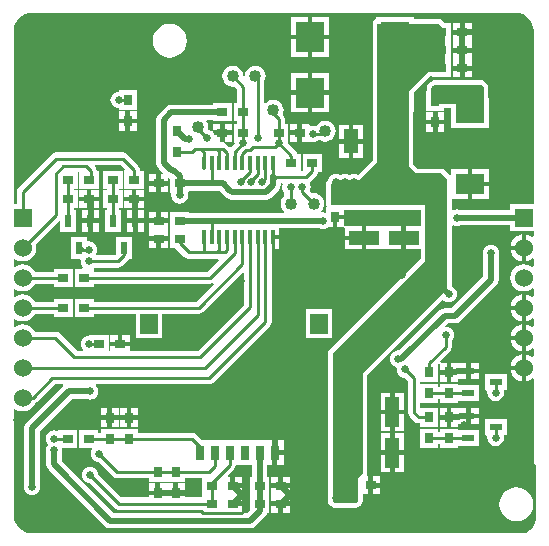
<source format=gbl>
%FSLAX25Y25*%
%MOIN*%
G70*
G01*
G75*
G04 Layer_Physical_Order=2*
G04 Layer_Color=16711680*
%ADD10R,0.07874X0.07874*%
%ADD11R,0.02362X0.07874*%
%ADD12R,0.07874X0.02362*%
%ADD13R,0.11811X0.04213*%
%ADD14R,0.37008X0.27559*%
%ADD15R,0.03500X0.03000*%
%ADD16R,0.12992X0.07087*%
%ADD17R,0.04134X0.08661*%
%ADD18R,0.03937X0.04331*%
%ADD19R,0.03000X0.03500*%
%ADD20R,0.04331X0.03937*%
%ADD21R,0.08661X0.04134*%
%ADD22R,0.02362X0.04299*%
%ADD23R,0.01575X0.03937*%
%ADD24R,0.07874X0.03937*%
%ADD25C,0.01500*%
%ADD26C,0.01000*%
%ADD27C,0.02000*%
%ADD28C,0.07000*%
%ADD29C,0.03150*%
%ADD30C,0.04000*%
%ADD31C,0.06000*%
%ADD32R,0.06000X0.06000*%
%ADD33C,0.02500*%
%ADD34R,0.01181X0.04724*%
%ADD35C,0.04000*%
%ADD36R,0.04921X0.07874*%
%ADD37R,0.03150X0.05118*%
%ADD38R,0.05906X0.06693*%
%ADD39R,0.04724X0.09843*%
%ADD40R,0.09449X0.10236*%
%ADD41R,0.09449X0.07087*%
%ADD42R,0.09843X0.04724*%
%ADD43R,0.04299X0.02362*%
%ADD44O,0.01181X0.04724*%
G36*
X145587Y169740D02*
Y155740D01*
X140087D01*
X137087Y152740D01*
X133587Y149240D01*
Y124240D01*
X135961Y121866D01*
X144508D01*
X146508Y119866D01*
X146490Y119848D01*
Y83340D01*
X118276Y55127D01*
Y44868D01*
Y22672D01*
Y21897D01*
X116776Y20397D01*
Y12437D01*
X116180Y11840D01*
X108873D01*
X108276Y12437D01*
Y46868D01*
Y47327D01*
Y61927D01*
X113090Y66740D01*
X139087Y92737D01*
Y111240D01*
X108087D01*
X107587Y111740D01*
Y118240D01*
X109087Y119740D01*
X117087D01*
X123087Y125740D01*
Y171740D01*
X143587D01*
X145587Y169740D01*
D02*
G37*
G36*
X7874Y175228D02*
X169291D01*
X169345Y175239D01*
X170453Y175130D01*
X171569Y174791D01*
X172599Y174241D01*
X173501Y173501D01*
X174241Y172599D01*
X174791Y171569D01*
X175130Y170453D01*
X175239Y169345D01*
X175228Y169291D01*
Y111500D01*
X167500D01*
Y109549D01*
X150759D01*
X150445Y109679D01*
X149727Y109774D01*
X149009Y109679D01*
X148435Y109441D01*
X148019Y109719D01*
Y113146D01*
X153250D01*
Y118188D01*
Y123232D01*
X147776D01*
Y121415D01*
X147314Y121223D01*
X145589Y122948D01*
X145093Y123279D01*
X144508Y123396D01*
X136594D01*
X135116Y124874D01*
Y142122D01*
X135287D01*
Y148778D01*
X138168Y151659D01*
X140720Y154211D01*
X141250D01*
Y153819D01*
X147750D01*
Y159819D01*
Y165819D01*
Y171819D01*
X145671D01*
X144668Y172822D01*
X144172Y173153D01*
X143587Y173270D01*
X135287D01*
Y173858D01*
X122839D01*
Y173220D01*
X122501Y173153D01*
X122005Y172822D01*
X121674Y172325D01*
X121557Y171740D01*
Y126374D01*
X116567Y121383D01*
X116108Y121573D01*
X115390Y121667D01*
X114672Y121573D01*
X114003Y121296D01*
X113969Y121270D01*
X113811D01*
X113777Y121296D01*
X113108Y121573D01*
X112390Y121667D01*
X111672Y121573D01*
X111003Y121296D01*
X110969Y121270D01*
X110811D01*
X110777Y121296D01*
X110108Y121573D01*
X109390Y121667D01*
X108672Y121573D01*
X108003Y121296D01*
X107428Y120855D01*
X106988Y120281D01*
X106711Y119612D01*
X106698Y119514D01*
X106505Y119322D01*
X106174Y118825D01*
X106057Y118240D01*
Y111740D01*
X106063Y111711D01*
Y110990D01*
X106063D01*
X106323Y110931D01*
X106087Y110490D01*
X106063D01*
Y109050D01*
X105687Y108720D01*
X104976Y108814D01*
X104786Y108789D01*
X104569Y109071D01*
X104486Y109215D01*
X105034Y109929D01*
X105386Y110780D01*
X105507Y111694D01*
X105386Y112607D01*
X105034Y113459D01*
X104473Y114190D01*
X103742Y114751D01*
X102890Y115104D01*
X101976Y115224D01*
X101405Y115149D01*
X100617Y115937D01*
X100841Y116476D01*
X100935Y117194D01*
X100841Y117912D01*
X100564Y118581D01*
X100644Y119069D01*
X100918Y119252D01*
Y119252D01*
X100918D01*
D01*
D01*
D01*
D01*
D01*
D01*
X100918D01*
D01*
X100918D01*
Y119252D01*
D01*
D01*
D01*
D01*
Y119252D01*
D01*
D01*
D01*
D01*
D01*
D01*
Y119252D01*
D01*
D01*
X100918D01*
D01*
D01*
D01*
X102918Y121252D01*
X103360Y121913D01*
X103416Y122194D01*
X104726D01*
Y128194D01*
X98226D01*
Y122733D01*
X97726D01*
Y128194D01*
X96418D01*
X96360Y128485D01*
X95918Y129147D01*
X93044Y132020D01*
X93372Y132394D01*
X93537D01*
Y138394D01*
X92327D01*
Y139891D01*
X92327Y139891D01*
X92171Y140671D01*
X91729Y141332D01*
X91651Y141411D01*
X91860Y141914D01*
X91980Y142828D01*
X91860Y143742D01*
X91507Y144593D01*
X90946Y145324D01*
X90215Y145885D01*
X89364Y146238D01*
X88450Y146358D01*
X87536Y146238D01*
X86685Y145885D01*
X85954Y145324D01*
X85854Y145194D01*
X85380Y145354D01*
Y152229D01*
X85534Y152429D01*
X85886Y153280D01*
X86007Y154194D01*
X85886Y155107D01*
X85534Y155959D01*
X84973Y156690D01*
X84241Y157251D01*
X83390Y157604D01*
X82476Y157724D01*
X81563Y157604D01*
X80711Y157251D01*
X79980Y156690D01*
X79419Y155959D01*
X79066Y155107D01*
X78976Y154423D01*
X78476D01*
X78386Y155107D01*
X78034Y155959D01*
X77473Y156690D01*
X76741Y157251D01*
X75890Y157604D01*
X74976Y157724D01*
X74063Y157604D01*
X73211Y157251D01*
X72480Y156690D01*
X71919Y155959D01*
X71566Y155107D01*
X71446Y154194D01*
X71566Y153280D01*
X71919Y152429D01*
X72480Y151698D01*
X73211Y151137D01*
X74063Y150784D01*
X74976Y150663D01*
X75547Y150739D01*
X76437Y149849D01*
Y145194D01*
X75226D01*
Y139194D01*
X76437D01*
Y138394D01*
X75226D01*
Y132394D01*
X75392D01*
X75481Y132292D01*
X75631Y131932D01*
X74380Y130682D01*
X73880D01*
X73183Y131379D01*
X72521Y131821D01*
X71741Y131976D01*
Y132040D01*
X72094Y132394D01*
X70726D01*
Y134644D01*
X68806D01*
X68652Y135015D01*
X68226Y135570D01*
Y136143D01*
X67778Y135922D01*
X67637Y136030D01*
X66968Y136307D01*
X66704Y136651D01*
X66780Y137228D01*
X66660Y138142D01*
X66307Y138993D01*
X66151Y139196D01*
X66373Y139645D01*
X68226D01*
Y139194D01*
X74726D01*
Y145194D01*
X68226D01*
Y144743D01*
X54516D01*
X53540Y144549D01*
X52713Y143996D01*
X50248Y141530D01*
X49695Y140703D01*
X49501Y139728D01*
Y125128D01*
X49695Y124153D01*
X50248Y123326D01*
X51674Y121899D01*
X51483Y121437D01*
X50991D01*
Y119187D01*
X53491D01*
Y120136D01*
X53539Y120175D01*
X53991Y119962D01*
Y115437D01*
X54219D01*
X54549Y115061D01*
X54467Y114440D01*
X54562Y113722D01*
X54839Y113053D01*
X55280Y112479D01*
X55854Y112038D01*
X56523Y111761D01*
X57241Y111666D01*
X57959Y111761D01*
X58628Y112038D01*
X59202Y112479D01*
X59643Y113053D01*
X59920Y113722D01*
X60015Y114440D01*
X59920Y115158D01*
X60107Y115437D01*
X60491D01*
Y115888D01*
X70707D01*
X71978Y114617D01*
X71978Y114617D01*
X72939Y113657D01*
X73765Y113104D01*
X74741Y112910D01*
X86000D01*
X86976Y113104D01*
X87803Y113657D01*
X90224Y116078D01*
X90776Y116905D01*
X90970Y117880D01*
Y118441D01*
X91449Y118586D01*
X91681Y118239D01*
X91545Y117912D01*
X91451Y117194D01*
X91545Y116476D01*
X91822Y115807D01*
X92185Y115334D01*
Y114347D01*
X91980Y114190D01*
X91419Y113459D01*
X91066Y112607D01*
X90946Y111694D01*
X91066Y110780D01*
X91419Y109929D01*
X91980Y109197D01*
X92156Y109063D01*
X91995Y108589D01*
X60491D01*
Y109040D01*
X53991D01*
Y103040D01*
Y97040D01*
X55769D01*
X55799Y96995D01*
X58799Y93995D01*
D01*
X58799D01*
X58799Y93995D01*
X58799Y93995D01*
X58799D01*
D01*
X58799D01*
X58799Y93995D01*
Y93995D01*
X58799Y93995D01*
Y93995D01*
X59461Y93553D01*
X60241Y93398D01*
X70165D01*
X70356Y92936D01*
X66459Y89039D01*
X28750D01*
Y90000D01*
X28750D01*
X28750Y90237D01*
X28950Y90390D01*
X36630D01*
X37410Y90545D01*
X38072Y90987D01*
X40245Y93160D01*
X40359Y93331D01*
X41484D01*
Y100630D01*
X36122D01*
Y94805D01*
X35785Y94468D01*
X29665D01*
X29444Y94917D01*
X29492Y94979D01*
X29769Y95648D01*
X29864Y96366D01*
X29769Y97084D01*
X29492Y97753D01*
X29051Y98327D01*
X28477Y98768D01*
X27808Y99045D01*
X27090Y99140D01*
X26860Y99110D01*
X26484Y99439D01*
Y100630D01*
X21122D01*
Y93331D01*
X24056D01*
X24385Y92955D01*
X24316Y92429D01*
X24411Y91711D01*
X24688Y91042D01*
X25128Y90468D01*
X24769Y90000D01*
X22250D01*
Y84000D01*
X28750D01*
Y84961D01*
X67304D01*
X68084Y85116D01*
X68521Y85408D01*
X68839Y85022D01*
X62856Y79039D01*
X28750D01*
Y80000D01*
X22250D01*
Y74000D01*
X28750D01*
Y74961D01*
X42587D01*
Y66807D01*
X51492D01*
Y74961D01*
X63701D01*
X64481Y75116D01*
X65143Y75558D01*
Y75558D01*
X65143D01*
D01*
D01*
D01*
D01*
D01*
D01*
X65143D01*
D01*
X65143D01*
Y75558D01*
D01*
D01*
D01*
D01*
Y75558D01*
D01*
D01*
D01*
D01*
D01*
D01*
Y75558D01*
D01*
D01*
X65143D01*
D01*
D01*
D01*
D01*
D01*
X78243Y88658D01*
X78705Y88467D01*
Y77948D01*
X63296Y62539D01*
X40640D01*
Y64116D01*
X34140D01*
Y62539D01*
X33640D01*
Y67866D01*
X27140D01*
Y67770D01*
X26996Y67644D01*
X26278Y67549D01*
X25609Y67272D01*
X25035Y66831D01*
X24594Y66257D01*
X24317Y65588D01*
X24222Y64870D01*
X24317Y64152D01*
X24594Y63483D01*
X24974Y62988D01*
X24753Y62539D01*
X23145D01*
X17242Y68442D01*
X16580Y68884D01*
X15800Y69039D01*
X9026D01*
X8931Y69269D01*
X8209Y70209D01*
X7269Y70931D01*
X6175Y71384D01*
X5000Y71539D01*
X3825Y71384D01*
X2731Y70931D01*
X2386Y70666D01*
X1937Y70887D01*
Y73113D01*
X2386Y73334D01*
X2731Y73069D01*
X3825Y72616D01*
X5000Y72461D01*
X6175Y72616D01*
X7269Y73069D01*
X8209Y73791D01*
X8931Y74731D01*
X9026Y74961D01*
X15250D01*
Y74000D01*
X21750D01*
Y80000D01*
X15250D01*
Y79039D01*
X9026D01*
X8931Y79269D01*
X8209Y80209D01*
X7269Y80931D01*
X6175Y81384D01*
X5000Y81539D01*
X3825Y81384D01*
X2731Y80931D01*
X2386Y80666D01*
X1937Y80887D01*
Y83113D01*
X2386Y83334D01*
X2731Y83069D01*
X3825Y82616D01*
X5000Y82461D01*
X6175Y82616D01*
X7269Y83069D01*
X8209Y83791D01*
X8931Y84731D01*
X9026Y84961D01*
X15250D01*
Y84000D01*
X21750D01*
Y90000D01*
X15250D01*
Y89039D01*
X9026D01*
X8931Y89269D01*
X8209Y90209D01*
X7269Y90931D01*
X6175Y91384D01*
X5000Y91539D01*
X3825Y91384D01*
X2731Y90931D01*
X2386Y90666D01*
X1937Y90887D01*
Y93113D01*
X2386Y93334D01*
X2731Y93069D01*
X3825Y92616D01*
X5000Y92461D01*
X6175Y92616D01*
X7269Y93069D01*
X8209Y93791D01*
X8931Y94731D01*
X9384Y95825D01*
X9539Y97000D01*
X9384Y98175D01*
X9289Y98405D01*
X16920Y106036D01*
X17382Y105845D01*
Y102417D01*
X22744D01*
Y109716D01*
X22102D01*
Y110240D01*
X23313D01*
Y116240D01*
X22102D01*
Y116740D01*
X23313D01*
Y122201D01*
X23813D01*
Y116740D01*
X30313D01*
Y122740D01*
X29602D01*
X29447Y123521D01*
X29005Y124182D01*
X28948Y124239D01*
X29139Y124701D01*
X37396D01*
X38972Y123125D01*
X38813Y122740D01*
X38813D01*
X38813Y122740D01*
Y116740D01*
X45313D01*
Y122740D01*
X44102D01*
Y122918D01*
X43947Y123698D01*
X43505Y124360D01*
X39683Y128182D01*
X39021Y128624D01*
X38241Y128779D01*
X16000D01*
X15220Y128624D01*
X14558Y128182D01*
X3558Y117182D01*
X3116Y116521D01*
X2961Y115740D01*
Y111500D01*
X1937D01*
Y169291D01*
X1927Y169345D01*
X2036Y170453D01*
X2375Y171569D01*
X2925Y172599D01*
X3665Y173501D01*
X4567Y174241D01*
X5596Y174791D01*
X6713Y175130D01*
X7821Y175239D01*
X7874Y175228D01*
D02*
G37*
G36*
X137557Y104223D02*
X132640D01*
Y100360D01*
Y96498D01*
X137557D01*
Y93370D01*
X112008Y67822D01*
X107195Y63008D01*
X106863Y62512D01*
X106747Y61927D01*
Y47327D01*
Y46868D01*
Y14491D01*
X106711Y14403D01*
X106616Y13685D01*
X106711Y12967D01*
X106747Y12879D01*
Y12437D01*
X106863Y11851D01*
X107195Y11355D01*
X107791Y10759D01*
X108288Y10427D01*
X108873Y10311D01*
X116180D01*
X116765Y10427D01*
X117261Y10759D01*
X117858Y11355D01*
X118189Y11851D01*
X118306Y12437D01*
Y14784D01*
X120159D01*
Y17783D01*
Y20784D01*
X119867D01*
X119631Y21224D01*
X119689Y21312D01*
X119806Y21897D01*
Y22672D01*
Y54493D01*
X144919Y79607D01*
X144947Y79605D01*
X145521Y79164D01*
X146190Y78887D01*
X146908Y78792D01*
X147626Y78887D01*
X148295Y79164D01*
X148869Y79605D01*
X149310Y80179D01*
X149587Y80848D01*
X149682Y81566D01*
X149587Y82284D01*
X149310Y82953D01*
X148869Y83527D01*
X148295Y83968D01*
X148019Y84082D01*
Y104281D01*
X148435Y104559D01*
X149009Y104321D01*
X149727Y104226D01*
X150445Y104321D01*
X150759Y104451D01*
X167500D01*
Y102500D01*
X175228D01*
Y100760D01*
X174780Y100539D01*
X174269Y100931D01*
X173175Y101384D01*
X172750Y101440D01*
Y96999D01*
Y92560D01*
X173175Y92616D01*
X174269Y93069D01*
X174780Y93461D01*
X175228Y93240D01*
Y90760D01*
X174780Y90539D01*
X174269Y90931D01*
X173175Y91384D01*
X172000Y91539D01*
X170825Y91384D01*
X169731Y90931D01*
X168791Y90209D01*
X168069Y89269D01*
X167616Y88175D01*
X167461Y87000D01*
X167616Y85825D01*
X168069Y84731D01*
X168791Y83791D01*
X169731Y83069D01*
X170825Y82616D01*
X172000Y82461D01*
X173175Y82616D01*
X174269Y83069D01*
X174780Y83461D01*
X175228Y83240D01*
Y80760D01*
X174780Y80539D01*
X174269Y80931D01*
X173175Y81384D01*
X172750Y81440D01*
Y76999D01*
Y72560D01*
X173175Y72616D01*
X174269Y73069D01*
X174780Y73461D01*
X175228Y73240D01*
Y70760D01*
X174780Y70539D01*
X174269Y70931D01*
X173175Y71384D01*
X172750Y71440D01*
Y66999D01*
Y62560D01*
X173175Y62616D01*
X174269Y63069D01*
X174780Y63461D01*
X175228Y63240D01*
Y60760D01*
X174780Y60539D01*
X174269Y60931D01*
X173175Y61384D01*
X172750Y61440D01*
Y56999D01*
Y52560D01*
X173175Y52616D01*
X174269Y53069D01*
X174780Y53461D01*
X175228Y53240D01*
Y25215D01*
X176146Y24297D01*
Y7874D01*
X176147Y7865D01*
X176017Y6536D01*
X175626Y5250D01*
X174993Y4064D01*
X174140Y3025D01*
X173101Y2173D01*
X172657Y1936D01*
X149007D01*
X149006Y1937D01*
X7874D01*
X7821Y1927D01*
X6713Y2036D01*
X5596Y2375D01*
X4567Y2925D01*
X3665Y3665D01*
X2925Y4567D01*
X2375Y5596D01*
X2036Y6713D01*
X1927Y7821D01*
X1937Y7874D01*
Y43113D01*
X2386Y43334D01*
X2731Y43069D01*
X3825Y42616D01*
X5000Y42461D01*
X6175Y42616D01*
X7269Y43069D01*
X8209Y43791D01*
X8931Y44731D01*
X9094Y45125D01*
X9742Y45558D01*
X15645Y51461D01*
X18403D01*
X18548Y50982D01*
X18461Y50924D01*
X6205Y38669D01*
X5653Y37842D01*
X5459Y36866D01*
Y18398D01*
X5329Y18084D01*
X5234Y17366D01*
X5329Y16648D01*
X5606Y15979D01*
X6047Y15405D01*
X6621Y14964D01*
X7290Y14687D01*
X8008Y14592D01*
X8726Y14687D01*
X9395Y14964D01*
X9969Y15405D01*
X10410Y15979D01*
X10687Y16648D01*
X10782Y17366D01*
X10687Y18084D01*
X10557Y18398D01*
Y35810D01*
X21320Y46573D01*
X26357D01*
X26672Y46443D01*
X27390Y46348D01*
X28108Y46443D01*
X28777Y46720D01*
X29351Y47161D01*
X29792Y47735D01*
X30069Y48404D01*
X30163Y49122D01*
X30069Y49840D01*
X29792Y50509D01*
X29351Y51083D01*
X29479Y51461D01*
X67040D01*
X67821Y51616D01*
X68482Y52058D01*
Y52058D01*
X68482D01*
D01*
D01*
D01*
D01*
D01*
D01*
X68482D01*
D01*
X68482D01*
Y52058D01*
D01*
D01*
D01*
D01*
Y52058D01*
D01*
D01*
D01*
D01*
D01*
D01*
Y52058D01*
D01*
D01*
X68482D01*
D01*
D01*
D01*
X87304Y70880D01*
X87746Y71541D01*
X87901Y72322D01*
X87901Y72322D01*
Y96701D01*
X87953D01*
Y100564D01*
X88420D01*
Y101313D01*
X90512D01*
Y103491D01*
X103944D01*
X104259Y103361D01*
X104976Y103266D01*
X105694Y103361D01*
X106363Y103638D01*
X106822Y103990D01*
X108313D01*
Y107241D01*
X109062D01*
Y107990D01*
X112063D01*
Y109711D01*
X137557D01*
Y104223D01*
D02*
G37*
%LPC*%
G36*
X150000Y58750D02*
X147750D01*
Y55499D01*
Y52250D01*
X150000D01*
Y53299D01*
X152750D01*
Y55979D01*
Y58661D01*
X150000D01*
Y58750D01*
D02*
G37*
G36*
X171250Y56250D02*
X167560D01*
X167616Y55825D01*
X168069Y54731D01*
X168791Y53791D01*
X169731Y53069D01*
X170825Y52616D01*
X171250Y52560D01*
Y56250D01*
D02*
G37*
G36*
Y61440D02*
X170825Y61384D01*
X169731Y60931D01*
X168791Y60209D01*
X168069Y59269D01*
X167616Y58175D01*
X167560Y57750D01*
X171250D01*
Y61440D01*
D02*
G37*
G36*
Y66250D02*
X167560D01*
X167616Y65825D01*
X168069Y64731D01*
X168791Y63791D01*
X169731Y63069D01*
X170825Y62616D01*
X171250Y62560D01*
Y66250D01*
D02*
G37*
G36*
X157150Y55230D02*
X154250D01*
Y53299D01*
X157150D01*
Y55230D01*
D02*
G37*
G36*
Y58661D02*
X154250D01*
Y56730D01*
X157150D01*
Y58661D01*
D02*
G37*
G36*
X146250Y54750D02*
X144000D01*
Y52250D01*
X146250D01*
Y54750D01*
D02*
G37*
G36*
Y43750D02*
X144000D01*
Y41250D01*
X146250D01*
Y43750D01*
D02*
G37*
G36*
X43390Y43624D02*
X41140D01*
Y41124D01*
X43390D01*
Y43624D01*
D02*
G37*
G36*
X39640D02*
X37390D01*
Y41124D01*
X39640D01*
Y43624D01*
D02*
G37*
G36*
X157150Y43661D02*
X154250D01*
Y41730D01*
X157150D01*
Y43661D01*
D02*
G37*
G36*
X166236Y54921D02*
X158937D01*
Y49559D01*
X159541D01*
X159871Y49183D01*
X159813Y48740D01*
X159907Y48022D01*
X160185Y47353D01*
X160625Y46779D01*
X161200Y46338D01*
X161869Y46061D01*
X162587Y45966D01*
X163304Y46061D01*
X163973Y46338D01*
X164548Y46779D01*
X164989Y47353D01*
X165266Y48022D01*
X165360Y48740D01*
X165266Y49458D01*
X165333Y49559D01*
X166236D01*
Y54921D01*
D02*
G37*
G36*
X132032Y48661D02*
X128919D01*
Y42990D01*
X132032D01*
Y48661D01*
D02*
G37*
G36*
X127419D02*
X124307D01*
Y42990D01*
X127419D01*
Y48661D01*
D02*
G37*
G36*
X36640Y67866D02*
X34140D01*
Y65616D01*
X36640D01*
Y67866D01*
D02*
G37*
G36*
X49491Y99290D02*
X46991D01*
Y97040D01*
X49491D01*
Y99290D01*
D02*
G37*
G36*
X90512Y99813D02*
X89171D01*
Y96701D01*
X90512D01*
Y99813D01*
D02*
G37*
G36*
X118014Y99553D02*
X112343D01*
Y96441D01*
X118014D01*
Y99553D01*
D02*
G37*
G36*
X53491Y99290D02*
X50991D01*
Y97040D01*
X53491D01*
Y99290D01*
D02*
G37*
G36*
X112063Y106490D02*
X109813D01*
Y103990D01*
X111989D01*
X112343Y103637D01*
Y101053D01*
X118014D01*
Y104165D01*
X112343D01*
D01*
X112343D01*
X112063Y104445D01*
Y106490D01*
D02*
G37*
G36*
X53491Y105290D02*
X46991D01*
Y103040D01*
Y100790D01*
X53491D01*
Y103040D01*
Y105290D01*
D02*
G37*
G36*
X171250Y101440D02*
X170825Y101384D01*
X169731Y100931D01*
X168791Y100209D01*
X168069Y99269D01*
X167616Y98175D01*
X167560Y97750D01*
X171250D01*
Y101440D01*
D02*
G37*
G36*
Y71440D02*
X170825Y71384D01*
X169731Y70931D01*
X168791Y70209D01*
X168069Y69269D01*
X167616Y68175D01*
X167560Y67750D01*
X171250D01*
Y71440D01*
D02*
G37*
G36*
X108185Y76500D02*
X99279D01*
Y66807D01*
X108185D01*
Y76500D01*
D02*
G37*
G36*
X40640Y67866D02*
X38140D01*
Y65616D01*
X40640D01*
Y67866D01*
D02*
G37*
G36*
X171250Y76250D02*
X167560D01*
X167616Y75825D01*
X168069Y74731D01*
X168791Y73791D01*
X169731Y73069D01*
X170825Y72616D01*
X171250Y72560D01*
Y76250D01*
D02*
G37*
G36*
Y96250D02*
X167560D01*
X167616Y95825D01*
X168069Y94731D01*
X168791Y93791D01*
X169731Y93069D01*
X170825Y92616D01*
X171250Y92560D01*
Y96250D01*
D02*
G37*
G36*
X161087Y98014D02*
X160369Y97919D01*
X159700Y97642D01*
X159125Y97202D01*
X158685Y96627D01*
X158407Y95958D01*
X158313Y95240D01*
X158407Y94522D01*
X158538Y94208D01*
Y87442D01*
X148007Y76911D01*
X145563D01*
X144587Y76717D01*
X143760Y76164D01*
X130327Y62731D01*
X130000Y62774D01*
X129282Y62679D01*
X128613Y62402D01*
X128039Y61961D01*
X127598Y61387D01*
X127321Y60718D01*
X127226Y60000D01*
X127321Y59282D01*
X127598Y58613D01*
X128039Y58039D01*
X128613Y57598D01*
X129282Y57321D01*
X129483Y57294D01*
X129787Y56898D01*
X129726Y56433D01*
X129821Y55715D01*
X130098Y55046D01*
X130539Y54472D01*
X131113Y54031D01*
X131782Y53754D01*
X132373Y53676D01*
X133461Y52588D01*
Y42000D01*
X133461Y42000D01*
X133461D01*
X133616Y41220D01*
X134058Y40558D01*
X135558Y39058D01*
X136220Y38616D01*
X137000Y38461D01*
X137500D01*
Y37250D01*
X143500D01*
Y43750D01*
X137539D01*
Y45250D01*
X143500D01*
Y46461D01*
X144000D01*
Y45250D01*
X150000D01*
Y45819D01*
X157150D01*
Y51181D01*
X150000D01*
Y51750D01*
X144000D01*
Y50539D01*
X143500D01*
Y51750D01*
X137539D01*
Y52250D01*
X143500D01*
Y58220D01*
X143916Y58498D01*
X144000Y58463D01*
Y56250D01*
X146250D01*
Y58750D01*
X144287D01*
X144240Y58863D01*
D01*
X144096Y59212D01*
X147442Y62558D01*
X147442Y62558D01*
X147707Y62955D01*
X147884Y63220D01*
X148039Y64000D01*
D01*
D01*
D01*
D01*
D01*
X148039D01*
D01*
D01*
D01*
D01*
Y64000D01*
X148039D01*
D01*
Y64000D01*
D01*
D01*
D01*
D01*
D01*
D01*
D01*
D01*
D01*
D01*
D01*
D01*
Y64000D01*
D01*
X148039D01*
D01*
D01*
D01*
D01*
X148039Y64000D01*
Y66047D01*
X148402Y66520D01*
X148679Y67189D01*
X148774Y67907D01*
X148679Y68625D01*
X148402Y69294D01*
X147961Y69868D01*
X147387Y70309D01*
X146718Y70586D01*
X146000Y70681D01*
X145830Y71025D01*
X146618Y71813D01*
X149063D01*
X150038Y72007D01*
X150865Y72559D01*
X162889Y84583D01*
X163442Y85410D01*
X163636Y86386D01*
D01*
D01*
D01*
D01*
D01*
X163636D01*
D01*
D01*
D01*
D01*
Y86386D01*
X163636D01*
D01*
Y86386D01*
D01*
D01*
D01*
D01*
D01*
D01*
D01*
D01*
D01*
D01*
D01*
D01*
Y86386D01*
D01*
X163636D01*
D01*
D01*
D01*
D01*
X163636Y86386D01*
Y94208D01*
X163766Y94522D01*
X163860Y95240D01*
X163766Y95958D01*
X163489Y96627D01*
X163048Y97202D01*
X162473Y97642D01*
X161804Y97919D01*
X161087Y98014D01*
D02*
G37*
G36*
X171250Y81440D02*
X170825Y81384D01*
X169731Y80931D01*
X168791Y80209D01*
X168069Y79269D01*
X167616Y78175D01*
X167560Y77750D01*
X171250D01*
Y81440D01*
D02*
G37*
G36*
X127419Y27990D02*
X124307D01*
Y22319D01*
X127419D01*
Y27990D01*
D02*
G37*
G36*
X124160Y20784D02*
X121660D01*
Y18533D01*
X124160D01*
Y20784D01*
D02*
G37*
G36*
X94140Y20740D02*
X91640D01*
Y18490D01*
X94140D01*
Y20740D01*
D02*
G37*
G36*
X132032Y27990D02*
X128919D01*
Y22319D01*
X132032D01*
Y27990D01*
D02*
G37*
G36*
X127419Y35161D02*
X124307D01*
Y29490D01*
X127419D01*
Y35161D01*
D02*
G37*
G36*
X91965Y32799D02*
X89640D01*
Y29490D01*
X91965D01*
Y32799D01*
D02*
G37*
G36*
Y27990D02*
X89640D01*
Y24681D01*
X91965D01*
Y27990D01*
D02*
G37*
G36*
X90140Y20740D02*
X87640D01*
Y18490D01*
X90140D01*
Y20740D01*
D02*
G37*
G36*
X94140Y10990D02*
X91640D01*
Y8740D01*
X94140D01*
Y10990D01*
D02*
G37*
G36*
X90140D02*
X87640D01*
Y8740D01*
X90140D01*
Y10990D01*
D02*
G37*
G36*
X169500Y17148D02*
X168038Y16956D01*
X166676Y16392D01*
X165506Y15494D01*
X164608Y14324D01*
X164044Y12962D01*
X163852Y11500D01*
X164044Y10038D01*
X164608Y8676D01*
X165506Y7506D01*
X166676Y6608D01*
X168038Y6044D01*
X169500Y5852D01*
X170962Y6044D01*
X172324Y6608D01*
X173494Y7506D01*
X174392Y8676D01*
X174956Y10038D01*
X175148Y11500D01*
X174956Y12962D01*
X174392Y14324D01*
X173494Y15494D01*
X172324Y16392D01*
X170962Y16956D01*
X169500Y17148D01*
D02*
G37*
G36*
X94140Y16990D02*
X87640D01*
Y14740D01*
Y12490D01*
X94140D01*
Y14740D01*
Y16990D01*
D02*
G37*
G36*
X58890Y18490D02*
X56640D01*
Y15990D01*
X58890D01*
Y18490D01*
D02*
G37*
G36*
X49140D02*
X46890D01*
Y15990D01*
X49140D01*
Y18490D01*
D02*
G37*
G36*
X124160Y17033D02*
X121660D01*
Y14784D01*
X124160D01*
Y17033D01*
D02*
G37*
G36*
X146250Y39750D02*
X144000D01*
Y37250D01*
X146250D01*
Y39750D01*
D02*
G37*
G36*
X43390Y39624D02*
X41140D01*
Y37124D01*
X43390D01*
Y39624D01*
D02*
G37*
G36*
X39640D02*
X37390D01*
Y37124D01*
X39640D01*
Y39624D01*
D02*
G37*
G36*
X150000Y43750D02*
X147750D01*
Y40499D01*
Y37250D01*
X150000D01*
Y38299D01*
X152750D01*
Y40979D01*
Y43661D01*
X150000D01*
Y43750D01*
D02*
G37*
G36*
X36890Y43624D02*
X34640D01*
Y41124D01*
X36890D01*
Y43624D01*
D02*
G37*
G36*
X33140D02*
X30890D01*
Y41124D01*
X33140D01*
Y43624D01*
D02*
G37*
G36*
X157150Y40230D02*
X154250D01*
Y38299D01*
X157150D01*
Y40230D01*
D02*
G37*
G36*
X36890Y39624D02*
X34640D01*
Y37124D01*
X36890D01*
Y39624D01*
D02*
G37*
G36*
X43390Y36624D02*
X37390D01*
Y35413D01*
X36890D01*
Y36624D01*
X30890D01*
Y35413D01*
X30140D01*
Y36374D01*
X23640D01*
Y30374D01*
X27893D01*
X28114Y29926D01*
X27988Y29761D01*
X27711Y29092D01*
X27616Y28374D01*
X27711Y27656D01*
X27988Y26987D01*
X28428Y26413D01*
X29003Y25972D01*
X29672Y25695D01*
X30263Y25617D01*
X35082Y20798D01*
D01*
X35082Y20798D01*
X35082Y20798D01*
D01*
D01*
D01*
X35082Y20798D01*
Y20798D01*
X35743Y20356D01*
X36524Y20201D01*
X46890D01*
Y18990D01*
X58890D01*
Y20201D01*
X64640D01*
Y14740D01*
Y13779D01*
X58890D01*
Y14490D01*
X55889D01*
Y15239D01*
X55140D01*
Y18490D01*
X50640D01*
Y15239D01*
X49891D01*
Y14490D01*
X46890D01*
Y13779D01*
X37734D01*
X30147Y21367D01*
X30069Y21958D01*
X29792Y22627D01*
X29351Y23201D01*
X28777Y23642D01*
X28108Y23919D01*
X27390Y24014D01*
X26672Y23919D01*
X26003Y23642D01*
X25429Y23201D01*
X24988Y22627D01*
X24711Y21958D01*
X24616Y21240D01*
X24711Y20522D01*
X24988Y19853D01*
X25429Y19279D01*
X26003Y18838D01*
X26672Y18561D01*
X27263Y18483D01*
X35448Y10298D01*
X36109Y9856D01*
X36890Y9701D01*
X64640D01*
Y8740D01*
D01*
Y8740D01*
X64540Y8640D01*
X35222D01*
X17939Y25924D01*
Y28405D01*
X18069Y28719D01*
X18164Y29437D01*
X18069Y30155D01*
X18215Y30374D01*
X23140D01*
Y36374D01*
X16640D01*
Y36283D01*
X16224Y36005D01*
X16108Y36053D01*
X15390Y36148D01*
X14672Y36053D01*
X14003Y35776D01*
X13429Y35335D01*
X12988Y34761D01*
X12711Y34092D01*
X12616Y33374D01*
X12711Y32656D01*
X12988Y31987D01*
X13429Y31413D01*
Y31398D01*
X12988Y30824D01*
X12711Y30155D01*
X12616Y29437D01*
X12711Y28719D01*
X12841Y28405D01*
Y24868D01*
X12841Y24868D01*
X12841D01*
X13035Y23892D01*
X13587Y23065D01*
X32364Y4289D01*
X33191Y3736D01*
X34166Y3542D01*
X80741D01*
X81716Y3736D01*
X82543Y4289D01*
Y4289D01*
X82543D01*
D01*
D01*
D01*
D01*
D01*
D01*
X82543D01*
D01*
X82543D01*
Y4289D01*
D01*
D01*
D01*
D01*
Y4289D01*
D01*
D01*
D01*
D01*
D01*
D01*
Y4289D01*
D01*
D01*
X82543D01*
D01*
D01*
D01*
X85692Y7438D01*
X86245Y8265D01*
X86339Y8740D01*
X87140D01*
Y14740D01*
Y20740D01*
X86439D01*
Y24681D01*
X88140D01*
Y28739D01*
Y32799D01*
X64715D01*
X62698Y34816D01*
X62036Y35258D01*
X61256Y35413D01*
X43390D01*
Y36624D01*
D02*
G37*
G36*
X166236Y39921D02*
X158937D01*
Y34559D01*
X159541D01*
X159871Y34183D01*
X159813Y33740D01*
X159907Y33022D01*
X160185Y32353D01*
X160625Y31779D01*
X161200Y31338D01*
X161869Y31061D01*
X162587Y30966D01*
X163304Y31061D01*
X163973Y31338D01*
X164548Y31779D01*
X164989Y32353D01*
X165266Y33022D01*
X165360Y33740D01*
X165266Y34458D01*
X165333Y34559D01*
X166236D01*
Y39921D01*
D02*
G37*
G36*
X132032Y35161D02*
X128919D01*
Y29490D01*
X132032D01*
Y35161D01*
D02*
G37*
G36*
X150000Y36750D02*
X144000D01*
Y35539D01*
X143500D01*
Y36750D01*
X137500D01*
Y30250D01*
X143500D01*
Y31461D01*
X144000D01*
Y30250D01*
X150000D01*
Y30819D01*
X157150D01*
Y36181D01*
X150000D01*
Y36750D01*
D02*
G37*
G36*
X33140Y39624D02*
X30890D01*
Y37124D01*
X33140D01*
Y39624D01*
D02*
G37*
G36*
X132032Y41490D02*
X128919D01*
Y35819D01*
X132032D01*
Y41490D01*
D02*
G37*
G36*
X127419D02*
X124307D01*
Y35819D01*
X127419D01*
Y41490D01*
D02*
G37*
G36*
X26793Y105317D02*
X24862D01*
Y102417D01*
X26793D01*
Y105317D01*
D02*
G37*
G36*
X141750Y142250D02*
X139500D01*
Y139750D01*
X141750D01*
Y142250D01*
D02*
G37*
G36*
X105787Y139424D02*
X104874Y139304D01*
X104022Y138951D01*
X103291Y138390D01*
X102730Y137659D01*
X102667Y137506D01*
X102505Y137573D01*
X101787Y137667D01*
X101069Y137573D01*
X100953Y137525D01*
X100537Y137803D01*
Y138394D01*
X98037D01*
Y135393D01*
Y132394D01*
X100537D01*
Y132394D01*
X100575Y132419D01*
X101069Y132214D01*
X101787Y132120D01*
X102505Y132214D01*
X103174Y132492D01*
X103647Y132854D01*
X103999D01*
X104022Y132836D01*
X104874Y132484D01*
X105787Y132363D01*
X106701Y132484D01*
X107553Y132836D01*
X108284Y133397D01*
X108845Y134129D01*
X109197Y134980D01*
X109318Y135894D01*
X109197Y136807D01*
X108845Y137659D01*
X108284Y138390D01*
X107553Y138951D01*
X106701Y139304D01*
X105787Y139424D01*
D02*
G37*
G36*
X158008Y152796D02*
X142008D01*
X141423Y152679D01*
X140926Y152348D01*
X140826Y152248D01*
X140545Y151966D01*
X140539Y151961D01*
X140534Y151955D01*
X140026Y151448D01*
X139695Y150951D01*
X139578Y150366D01*
Y149250D01*
X139500D01*
Y142750D01*
X145500D01*
Y143437D01*
X147776D01*
Y136768D01*
X160224D01*
Y146854D01*
X160137D01*
Y150666D01*
X160021Y151251D01*
X159689Y151748D01*
X159089Y152348D01*
X158593Y152679D01*
X158008Y152796D01*
D02*
G37*
G36*
X145500Y142250D02*
X143250D01*
Y139750D01*
X145500D01*
Y142250D01*
D02*
G37*
G36*
X99967Y147990D02*
X94492D01*
Y142122D01*
X99967D01*
Y147990D01*
D02*
G37*
G36*
X42890Y142490D02*
X40640D01*
Y139990D01*
X42890D01*
Y142490D01*
D02*
G37*
G36*
X39140D02*
X36890D01*
Y139990D01*
X39140D01*
Y142490D01*
D02*
G37*
G36*
Y138490D02*
X36890D01*
Y135990D01*
X39140D01*
Y138490D01*
D02*
G37*
G36*
X145500Y138250D02*
X143250D01*
Y135750D01*
X145500D01*
Y138250D01*
D02*
G37*
G36*
X141750D02*
X139500D01*
Y135750D01*
X141750D01*
Y138250D01*
D02*
G37*
G36*
X42890Y138490D02*
X40640D01*
Y135990D01*
X42890D01*
Y138490D01*
D02*
G37*
G36*
X96537Y138394D02*
X94037D01*
Y136144D01*
X96537D01*
Y138394D01*
D02*
G37*
G36*
X74726D02*
X72226D01*
Y136144D01*
X74726D01*
Y138394D01*
D02*
G37*
G36*
X70726D02*
X68226D01*
Y136144D01*
X70726D01*
Y138394D01*
D02*
G37*
G36*
X106941Y147990D02*
X101467D01*
Y142122D01*
X106941D01*
Y147990D01*
D02*
G37*
G36*
X154750Y168069D02*
X148250D01*
Y165819D01*
Y163569D01*
X154750D01*
Y165819D01*
Y168069D01*
D02*
G37*
G36*
X106941Y166490D02*
X101467D01*
Y160622D01*
X106941D01*
Y161300D01*
Y166490D01*
D02*
G37*
G36*
X99967D02*
X94492D01*
Y161300D01*
Y160622D01*
X99967D01*
Y166490D01*
D02*
G37*
G36*
Y173858D02*
X94492D01*
Y167990D01*
X99967D01*
Y173858D01*
D02*
G37*
G36*
X154750Y171819D02*
X152250D01*
Y169569D01*
X154750D01*
Y171819D01*
D02*
G37*
G36*
X150750D02*
X148250D01*
Y169569D01*
X150750D01*
Y171819D01*
D02*
G37*
G36*
X106941Y173858D02*
X101467D01*
Y167990D01*
X106941D01*
Y173858D01*
D02*
G37*
G36*
X106941Y155358D02*
X101467D01*
Y149490D01*
X106941D01*
Y155358D01*
D02*
G37*
G36*
X99967D02*
X94492D01*
Y149490D01*
X99967D01*
Y155358D01*
D02*
G37*
G36*
X42890Y149490D02*
X36890D01*
Y149003D01*
X36255Y148919D01*
X35586Y148642D01*
X35011Y148202D01*
X34570Y147627D01*
X34293Y146958D01*
X34199Y146240D01*
X34293Y145522D01*
X34570Y144853D01*
X35011Y144279D01*
X35586Y143838D01*
X36255Y143561D01*
X36890Y143477D01*
Y142990D01*
X42890D01*
Y149490D01*
D02*
G37*
G36*
X150750Y156069D02*
X148250D01*
Y153819D01*
X150750D01*
Y156069D01*
D02*
G37*
G36*
X54000Y171648D02*
X52538Y171456D01*
X51176Y170892D01*
X50006Y169994D01*
X49108Y168824D01*
X48544Y167462D01*
X48352Y166000D01*
X48544Y164538D01*
X49108Y163176D01*
X50006Y162006D01*
X51176Y161108D01*
X52538Y160544D01*
X54000Y160352D01*
X55462Y160544D01*
X56824Y161108D01*
X57994Y162006D01*
X58892Y163176D01*
X59456Y164538D01*
X59648Y166000D01*
X59456Y167462D01*
X58892Y168824D01*
X57994Y169994D01*
X56824Y170892D01*
X55462Y171456D01*
X54000Y171648D01*
D02*
G37*
G36*
X154750Y162069D02*
X148250D01*
Y159819D01*
Y157569D01*
X154750D01*
Y159819D01*
Y162069D01*
D02*
G37*
G36*
Y156069D02*
X152250D01*
Y153819D01*
X154750D01*
Y156069D01*
D02*
G37*
G36*
X118320Y137874D02*
X115109D01*
Y133187D01*
X118320D01*
Y137874D01*
D02*
G37*
G36*
X41793Y109717D02*
X39862D01*
Y106817D01*
X41793D01*
Y109717D01*
D02*
G37*
G36*
X30224Y109716D02*
X28293D01*
Y106817D01*
X30224D01*
Y109716D01*
D02*
G37*
G36*
X26793D02*
X24862D01*
Y106817D01*
X26793D01*
Y109716D01*
D02*
G37*
G36*
X45224Y109717D02*
X43293D01*
Y106817D01*
X45224D01*
Y109717D01*
D02*
G37*
G36*
X41313Y112490D02*
X38813D01*
Y110240D01*
X41313D01*
Y112490D01*
D02*
G37*
G36*
X30313D02*
X27813D01*
Y110240D01*
X30313D01*
Y112490D01*
D02*
G37*
G36*
X26313D02*
X23813D01*
Y110240D01*
X26313D01*
Y112490D01*
D02*
G37*
G36*
X41793Y105317D02*
X39862D01*
Y102417D01*
X41793D01*
Y105317D01*
D02*
G37*
G36*
X38313Y122740D02*
X31813D01*
Y116740D01*
X33024D01*
Y116240D01*
X31813D01*
Y110240D01*
X33024D01*
Y109717D01*
X32382D01*
Y102417D01*
X37744D01*
Y109717D01*
X37102D01*
Y110240D01*
X38313D01*
Y116240D01*
X37102D01*
Y116740D01*
X38313D01*
Y122740D01*
D02*
G37*
G36*
X30224Y105317D02*
X28293D01*
Y102417D01*
X30224D01*
Y105317D01*
D02*
G37*
G36*
X45224Y105317D02*
X43293D01*
Y102417D01*
X45224D01*
Y105317D01*
D02*
G37*
G36*
X53491Y109040D02*
X50991D01*
Y106790D01*
X53491D01*
Y109040D01*
D02*
G37*
G36*
X49491D02*
X46991D01*
Y106790D01*
X49491D01*
Y109040D01*
D02*
G37*
G36*
X125539Y104223D02*
D01*
D01*
X125539Y104223D01*
X125469Y104223D01*
X125185Y104165D01*
X125185D01*
X125115Y104165D01*
X125115Y104165D01*
Y104165D01*
X119514D01*
Y100302D01*
Y96441D01*
X125185D01*
Y96441D01*
X125242Y96498D01*
X125539Y96498D01*
X125539D01*
Y96498D01*
D01*
D01*
D01*
X131140D01*
Y100360D01*
Y104223D01*
X125539D01*
X125539Y104223D01*
D02*
G37*
G36*
X45313Y112490D02*
X42813D01*
Y110240D01*
X45313D01*
Y112490D01*
D02*
G37*
G36*
X49491Y121437D02*
X46991D01*
Y119187D01*
X49491D01*
Y121437D01*
D02*
G37*
G36*
X113609Y131687D02*
X110398D01*
Y127000D01*
X113609D01*
Y131687D01*
D02*
G37*
G36*
X53491Y117687D02*
X50991D01*
Y115437D01*
X53491D01*
Y117687D01*
D02*
G37*
G36*
X160224Y123232D02*
X154750D01*
Y118939D01*
X160224D01*
Y123232D01*
D02*
G37*
G36*
X96537Y134644D02*
X94037D01*
Y132394D01*
X96537D01*
Y134644D01*
D02*
G37*
G36*
X113609Y137874D02*
X110398D01*
Y133187D01*
X113609D01*
Y137874D01*
D02*
G37*
G36*
X118320Y131687D02*
X115109D01*
Y127000D01*
X118320D01*
Y131687D01*
D02*
G37*
G36*
X74726Y134644D02*
X72226D01*
Y132394D01*
X74726D01*
Y134644D01*
D02*
G37*
G36*
X30313Y116240D02*
X27813D01*
Y113990D01*
X30313D01*
Y116240D01*
D02*
G37*
G36*
X26313D02*
X23813D01*
Y113990D01*
X26313D01*
Y116240D01*
D02*
G37*
G36*
X160224Y117439D02*
X154750D01*
Y113146D01*
X160224D01*
Y117439D01*
D02*
G37*
G36*
X41313Y116240D02*
X38813D01*
Y113990D01*
X41313D01*
Y116240D01*
D02*
G37*
G36*
X49491Y117687D02*
X46991D01*
Y115437D01*
X49491D01*
Y117687D01*
D02*
G37*
G36*
X45313Y116240D02*
X42813D01*
Y113990D01*
X45313D01*
Y116240D01*
D02*
G37*
%LPD*%
G36*
X81341Y20740D02*
X80640D01*
Y14740D01*
Y9595D01*
X79685Y8640D01*
X78140D01*
Y8740D01*
X78140D01*
Y10990D01*
X74889D01*
Y12490D01*
X78140D01*
Y14740D01*
Y16990D01*
X74889D01*
Y17739D01*
X74140D01*
Y20740D01*
X73427D01*
X73236Y21202D01*
X75332Y23298D01*
X75774Y23960D01*
X75917Y24681D01*
X81341D01*
Y20740D01*
D02*
G37*
G36*
X158608Y150666D02*
Y144966D01*
X141308D01*
X141108Y145166D01*
Y148666D01*
Y150366D01*
X141908Y151166D01*
X142008Y151266D01*
X158008D01*
X158608Y150666D01*
D02*
G37*
%LPC*%
G36*
X78140Y20740D02*
X75640D01*
Y18490D01*
X78140D01*
Y20740D01*
D02*
G37*
%LPD*%
D15*
X25500Y77000D02*
D03*
X18500D02*
D03*
X25500Y87000D02*
D03*
X18500D02*
D03*
X50241Y118437D02*
D03*
X57241D02*
D03*
Y100040D02*
D03*
X50241D02*
D03*
X151500Y162819D02*
D03*
X144500D02*
D03*
X151500Y168819D02*
D03*
X144500D02*
D03*
X151500Y156819D02*
D03*
X144500D02*
D03*
X57241Y106040D02*
D03*
X50241D02*
D03*
X90890Y11740D02*
D03*
X83890D02*
D03*
X90890Y17740D02*
D03*
X83890D02*
D03*
X67890D02*
D03*
X74890D02*
D03*
X67890Y11740D02*
D03*
X74890D02*
D03*
X113909Y17784D02*
D03*
X120910D02*
D03*
X42063Y113240D02*
D03*
X35063D02*
D03*
Y119740D02*
D03*
X42063D02*
D03*
X20063D02*
D03*
X27063D02*
D03*
Y113240D02*
D03*
X20063D02*
D03*
X30390Y64866D02*
D03*
X37390D02*
D03*
X26890Y33374D02*
D03*
X19890D02*
D03*
X90287Y135394D02*
D03*
X97287D02*
D03*
X78476D02*
D03*
X71476D02*
D03*
Y142194D02*
D03*
X78476D02*
D03*
X101476Y125194D02*
D03*
X94476D02*
D03*
D19*
X56441Y135940D02*
D03*
Y128940D02*
D03*
X39890Y146240D02*
D03*
Y139240D02*
D03*
X142500Y146000D02*
D03*
Y139000D02*
D03*
X33890Y33374D02*
D03*
Y40374D02*
D03*
X55890Y22240D02*
D03*
Y15240D02*
D03*
X40390Y33374D02*
D03*
Y40374D02*
D03*
X49890Y22240D02*
D03*
Y15240D02*
D03*
X109063Y114240D02*
D03*
Y107240D02*
D03*
X147000Y40500D02*
D03*
Y33500D02*
D03*
X140500D02*
D03*
Y40500D02*
D03*
Y48500D02*
D03*
Y55500D02*
D03*
X147000D02*
D03*
Y48500D02*
D03*
D22*
X35063Y106067D02*
D03*
X42543D02*
D03*
X38803Y96980D02*
D03*
X20063Y106067D02*
D03*
X27543D02*
D03*
X23803Y96980D02*
D03*
D26*
X65130Y8540D02*
X77823D01*
X78976Y9694D01*
X60976Y9194D02*
X64476D01*
X65130Y8540D01*
X62241Y129937D02*
X71741D01*
X69741D02*
X70508Y129170D01*
X64241Y129937D02*
X65390Y128788D01*
X56441Y128940D02*
X61244D01*
X62241Y129937D01*
X98161Y115509D02*
X101976Y111694D01*
X98161Y115509D02*
Y117194D01*
X94224Y111946D02*
Y117194D01*
Y116946D02*
X94476Y116694D01*
X94224Y111946D02*
X94476Y111694D01*
X146000Y64000D02*
Y67907D01*
X80750Y129440D02*
X81810Y130500D01*
X79441Y129440D02*
X80750D01*
X81810Y130500D02*
X88894D01*
X90287Y131894D01*
X18550Y124240D02*
X26063D01*
X16063Y108063D02*
Y121754D01*
X27563Y119740D02*
Y122740D01*
X16063Y121754D02*
X18550Y124240D01*
X16000Y126740D02*
X38241D01*
X5000Y77000D02*
X18500D01*
X5000Y87000D02*
X18500D01*
X5000Y67000D02*
X15800D01*
X22200Y60600D01*
X5000Y47000D02*
X8300D01*
X67949Y100563D02*
Y104802D01*
X68387Y105240D01*
X88421Y121071D02*
Y125366D01*
X30390Y28374D02*
X36524Y22240D01*
X36890Y11740D02*
X67890D01*
X27390Y21240D02*
X36890Y11740D01*
X24917Y96366D02*
X27390D01*
X24303Y96980D02*
X24917Y96366D01*
X26063Y124240D02*
X27563Y122740D01*
X15390Y33374D02*
X19890D01*
X61256D02*
X63890Y30740D01*
X66890Y22240D02*
X68890Y24240D01*
Y28740D01*
X162587Y48740D02*
Y52240D01*
X5000Y107000D02*
Y115740D01*
X16000Y126740D01*
X5000Y97000D02*
X16063Y108063D01*
X135500Y42000D02*
X137000Y40500D01*
X140500D01*
Y55500D02*
Y58500D01*
X146000Y64000D01*
X162587Y33740D02*
Y37240D01*
X73890Y24740D02*
Y28740D01*
X67890Y18740D02*
X73890Y24740D01*
X39836Y146294D02*
X39890Y146240D01*
X36972D02*
X39890D01*
X140500Y48500D02*
X147000D01*
X153500D01*
X140500Y33500D02*
X147000D01*
X153500D01*
X26890Y33374D02*
X33890D01*
X40390D01*
X61256D01*
X36524Y22240D02*
X49890D01*
X55890D01*
X66890D01*
X67890Y11740D02*
Y17740D01*
Y18740D01*
X22300Y60500D02*
X64141D01*
X5000Y57000D02*
X65591D01*
X84685Y118866D02*
X85862Y120043D01*
Y125366D01*
X83303Y121562D02*
Y125366D01*
X80744Y122303D02*
Y125366D01*
X81126Y119386D02*
X82612Y120871D01*
X82612Y120871D02*
X83303Y121562D01*
X25500Y77000D02*
X63701D01*
X78185Y128184D02*
X79441Y129440D01*
X78185Y125366D02*
Y128184D01*
X77567Y119126D02*
X80744Y122303D01*
X67040Y53500D02*
X85862Y72322D01*
Y100563D01*
X65591Y57000D02*
X83303Y74713D01*
X64141Y60500D02*
X80744Y77103D01*
X38803Y94602D02*
Y96980D01*
X36630Y92429D02*
X38803Y94602D01*
X27390Y92429D02*
X36630D01*
X35063Y106067D02*
Y119740D01*
X38241Y126740D02*
X42063Y122918D01*
Y119740D02*
Y122918D01*
X20063Y106067D02*
Y119740D01*
X67949Y119645D02*
Y125366D01*
X73067D02*
Y128611D01*
X71741Y129937D02*
X73067Y128611D01*
X70508Y125366D02*
Y129170D01*
X65390Y125366D02*
Y128788D01*
X63701Y77000D02*
X78185Y91484D01*
X80744Y77103D02*
Y100563D01*
X83303Y74713D02*
Y100563D01*
X78185Y91484D02*
Y100563D01*
X67304Y87000D02*
X75626Y95322D01*
X25500Y87000D02*
X67304D01*
X75626Y95322D02*
Y100563D01*
X72241Y95437D02*
X73067Y96263D01*
Y100563D01*
X70508Y96204D02*
Y100563D01*
X65390Y96086D02*
Y100563D01*
X57241Y98437D02*
Y100040D01*
Y98437D02*
X60241Y95437D01*
X64741D02*
X65390Y96086D01*
X69741Y95437D02*
X70508Y96204D01*
X60241Y95437D02*
X72241D01*
X101787Y134894D02*
X105787D01*
X75626Y129043D02*
X78476Y131894D01*
X75626Y125366D02*
Y129043D01*
X8300Y47000D02*
X14800Y53500D01*
X67040D01*
X132500Y56433D02*
X135500Y53433D01*
X132500Y56933D02*
X132750Y56683D01*
X135500Y42000D02*
Y53433D01*
X26996Y64870D02*
X30390D01*
X63250Y136628D02*
X66250Y133628D01*
X63250Y136628D02*
Y137228D01*
X74976Y154194D02*
X78476Y150694D01*
Y131894D02*
Y150694D01*
X82476Y154194D02*
X83341Y153329D01*
Y133640D02*
Y153329D01*
X94476Y125194D02*
Y127705D01*
X90287Y131894D02*
X94476Y127705D01*
X87350Y142828D02*
X90287Y139891D01*
Y131894D02*
Y139891D01*
X89421Y120694D02*
X99476D01*
X101476Y122694D01*
Y125194D01*
X66741Y118437D02*
X67949Y119645D01*
X88421Y119694D02*
X89421Y120694D01*
D27*
X80741Y6091D02*
X83890Y9240D01*
X34166Y6091D02*
X80741D01*
X56441Y135940D02*
X59187Y133194D01*
X60476D01*
X144734Y83740D02*
X146908Y81566D01*
X151390Y163760D02*
Y168819D01*
X151500Y156819D02*
Y162819D01*
X149727Y107000D02*
X172000D01*
X145563Y74362D02*
X149063D01*
X161087Y86386D01*
X130000Y60000D02*
X131201D01*
X145563Y74362D01*
X161087Y86386D02*
Y95240D01*
X42543Y106067D02*
Y112760D01*
X42063Y113240D02*
X42543Y112760D01*
X8008Y17366D02*
Y36866D01*
X20264Y49122D01*
X27390D01*
X150346Y40500D02*
X150827Y40980D01*
X147000Y40500D02*
X150346D01*
X149827Y55980D02*
X153500D01*
X149346Y55500D02*
X149827Y55980D01*
X147000Y55500D02*
X149346D01*
X88890Y28740D02*
Y33240D01*
X151500Y168819D02*
X156390D01*
X150827Y40980D02*
X153500D01*
X15390Y24868D02*
Y29437D01*
Y24868D02*
X34166Y6091D01*
X74890Y17740D02*
X77890Y14740D01*
X74890Y11740D02*
X77890Y14740D01*
X78890D01*
X90890Y17740D02*
X93890Y14740D01*
X90890Y11740D02*
X93890Y14740D01*
X94890D01*
X49890Y15240D02*
X55890D01*
X60390D01*
X83890Y9240D02*
Y11740D01*
Y17740D01*
Y27740D01*
X57741Y106040D02*
X104976D01*
X27543Y106067D02*
X27563Y106087D01*
Y113240D01*
X71763Y118437D02*
X73781Y116419D01*
X73781D02*
X74741Y115459D01*
X86000D02*
X88421Y117880D01*
X74741Y115459D02*
X86000D01*
X55150Y122928D02*
X57241Y120837D01*
X52050Y125128D02*
X54250Y122928D01*
X55150D01*
X52050Y139728D02*
X54516Y142194D01*
X52050Y125128D02*
Y139728D01*
X57241Y114440D02*
Y120837D01*
X54516Y142194D02*
X71476D01*
X57241Y118437D02*
X71763D01*
X88421Y117880D02*
Y121071D01*
D31*
X5000Y97000D02*
D03*
Y87000D02*
D03*
Y77000D02*
D03*
Y67000D02*
D03*
Y57000D02*
D03*
Y47000D02*
D03*
X172000Y97000D02*
D03*
Y87000D02*
D03*
Y67000D02*
D03*
Y57000D02*
D03*
Y77000D02*
D03*
D32*
X5000Y107000D02*
D03*
X172000D02*
D03*
D33*
X87976Y111194D02*
D03*
X60476Y133194D02*
D03*
X14800Y37600D02*
D03*
X151900Y37800D02*
D03*
X162600Y21200D02*
D03*
X47000Y94500D02*
D03*
X115390Y118894D02*
D03*
X112390D02*
D03*
X109390D02*
D03*
X149727Y107000D02*
D03*
X104976Y106040D02*
D03*
X98161Y117194D02*
D03*
X94224D02*
D03*
X156500Y150000D02*
D03*
X149500D02*
D03*
X142500D02*
D03*
X8008Y17366D02*
D03*
X146908Y81566D02*
D03*
X78476Y131894D02*
D03*
X101787Y134894D02*
D03*
X137087Y161240D02*
D03*
X140087D02*
D03*
Y164240D02*
D03*
X137087D02*
D03*
X162587Y33740D02*
D03*
X146000Y67907D02*
D03*
X132500Y56433D02*
D03*
X57241Y114440D02*
D03*
X15390Y29437D02*
D03*
X84685Y118866D02*
D03*
X81126D02*
D03*
X27090Y92429D02*
D03*
Y96366D02*
D03*
X27390Y21240D02*
D03*
X15390Y33374D02*
D03*
X30390Y28374D02*
D03*
X60390Y15240D02*
D03*
X78890Y14740D02*
D03*
X94890D02*
D03*
X26996Y64870D02*
D03*
X12890Y134740D02*
D03*
X109390Y13685D02*
D03*
X112390D02*
D03*
X115390D02*
D03*
X27390Y49122D02*
D03*
X88890Y33240D02*
D03*
X156890Y173484D02*
D03*
X162587Y48740D02*
D03*
X130000Y60000D02*
D03*
X161087Y95240D02*
D03*
X29087Y100740D02*
D03*
X160200Y3300D02*
D03*
X36972Y146240D02*
D03*
X57800Y65900D02*
D03*
X97200Y66600D02*
D03*
X77750Y86000D02*
D03*
X115000Y80500D02*
D03*
X104000Y94500D02*
D03*
X131500Y88000D02*
D03*
X150500Y89500D02*
D03*
X162000Y82000D02*
D03*
X172000Y49000D02*
D03*
X163500Y65000D02*
D03*
X68700Y160500D02*
D03*
Y150500D02*
D03*
X42001Y162000D02*
D03*
X43100Y150800D02*
D03*
X40200Y134800D02*
D03*
X41887Y171712D02*
D03*
X68800Y171800D02*
D03*
X145176Y3894D02*
D03*
X143850Y18000D02*
D03*
X171000Y34500D02*
D03*
X137500Y18500D02*
D03*
X126500Y4000D02*
D03*
X172000Y22000D02*
D03*
X169000Y173500D02*
D03*
X116000Y169000D02*
D03*
X115500Y156500D02*
D03*
X116000Y146000D02*
D03*
X57000Y41500D02*
D03*
X82000Y52500D02*
D03*
X77500Y41000D02*
D03*
X100000Y31500D02*
D03*
X101000Y53500D02*
D03*
X17500Y14000D02*
D03*
X3000Y39500D02*
D03*
X4000Y119500D02*
D03*
X132100Y106100D02*
D03*
X132000Y95500D02*
D03*
X122500Y35500D02*
D03*
X45500Y37000D02*
D03*
X90287Y131894D02*
D03*
X83341Y133640D02*
D03*
X77567Y118866D02*
D03*
X66250Y133628D02*
D03*
X57950Y110500D02*
D03*
X67850Y92000D02*
D03*
X64350Y82500D02*
D03*
X44850Y82000D02*
D03*
X43850Y65000D02*
D03*
D34*
X70508Y100563D02*
D03*
X65390D02*
D03*
X73067Y125366D02*
D03*
X80744Y100563D02*
D03*
X83303D02*
D03*
X85862D02*
D03*
Y125366D02*
D03*
X83303D02*
D03*
X80744D02*
D03*
X75626Y100563D02*
D03*
X78185D02*
D03*
X73067D02*
D03*
X88421D02*
D03*
X67949D02*
D03*
X88421Y125366D02*
D03*
X67949D02*
D03*
X70508D02*
D03*
X75626D02*
D03*
X78185D02*
D03*
D35*
X101976Y111694D02*
D03*
X82476Y154194D02*
D03*
X63250Y137228D02*
D03*
X94476Y111694D02*
D03*
X105787Y135894D02*
D03*
X74976Y154194D02*
D03*
X88450Y142828D02*
D03*
D36*
X114359Y132437D02*
D03*
X129123D02*
D03*
D37*
X83890Y28740D02*
D03*
X73890D02*
D03*
X63890D02*
D03*
X78890D02*
D03*
X88890D02*
D03*
X68890D02*
D03*
D38*
X103732Y71654D02*
D03*
X47039D02*
D03*
D39*
X114390Y28740D02*
D03*
X128169D02*
D03*
Y42240D02*
D03*
X114390D02*
D03*
D40*
X100716Y167240D02*
D03*
X129063D02*
D03*
X100716Y148740D02*
D03*
X129063D02*
D03*
D41*
X154000Y118189D02*
D03*
Y141811D02*
D03*
D42*
X131890Y100361D02*
D03*
Y114140D02*
D03*
X118764Y100303D02*
D03*
Y114083D02*
D03*
D43*
X153500Y33500D02*
D03*
Y40980D02*
D03*
X162587Y37240D02*
D03*
X153500Y48500D02*
D03*
Y55980D02*
D03*
X162587Y52240D02*
D03*
D44*
X65390Y125366D02*
D03*
M02*

</source>
